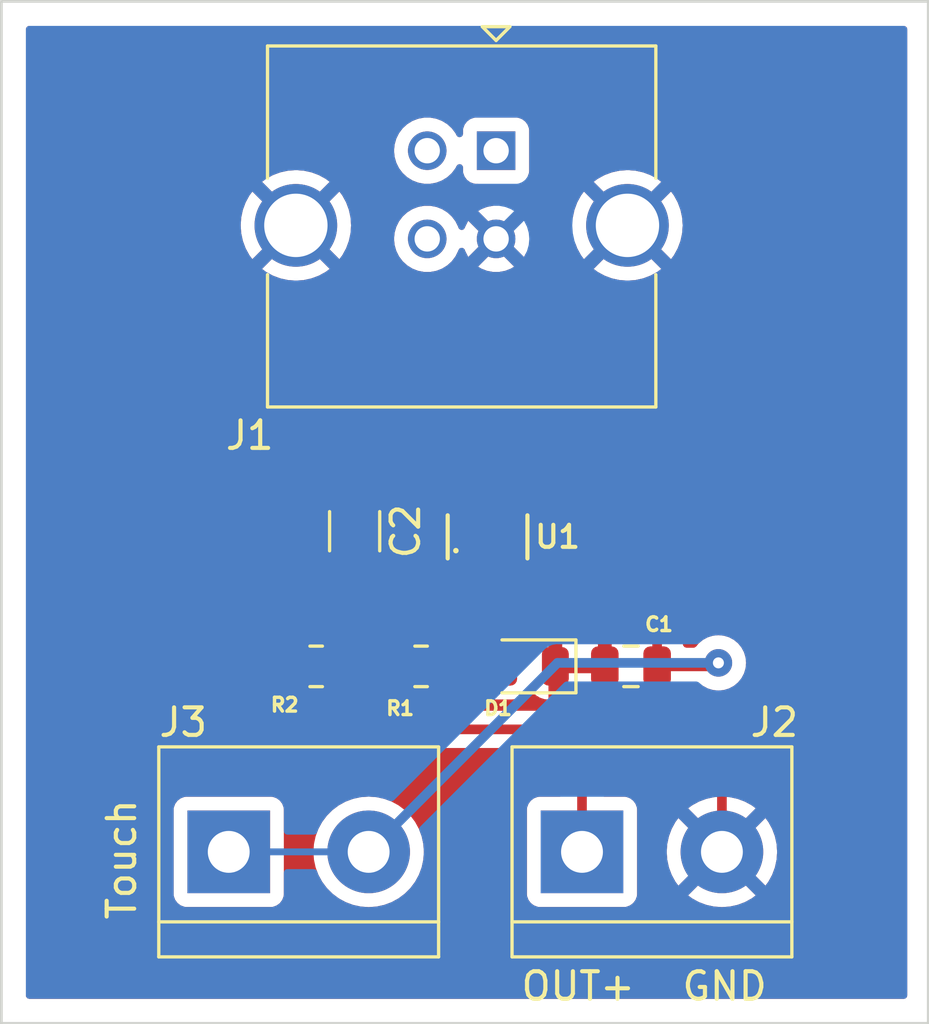
<source format=kicad_pcb>
(kicad_pcb (version 20221018) (generator pcbnew)
  (layers (0 "F.Cu" signal) (31 "B.Cu" signal) (34 "B.Paste" user) (35 "F.Paste" user) (36 "B.SilkS" user "B.Silkscreen") (37 "F.SilkS" user "F.Silkscreen") (38 "B.Mask" user) (39 "F.Mask" user) (44 "Edge.Cuts" user))
  (net 0 "")
  (net 1 "Net-(J3-Pin_1)")
  (net 2 "GND")
  (net 3 "Net-(D1-A)")
  (net 5 "+5V")
  (net 9 "Net-(U1-Q)")
  (net 10 "Net-(J2-Pin_1)")
  (footprint "Resistor_SMD:R_0805_2012Metric" (layer "F.Cu") (at 141.859 97.282)
    (fp_text reference "R1" (at -0.762 1.524) (layer "F.SilkS") (effects (font (size 0.5 0.5) (thickness 0.125) bold)))
    (fp_text value "3K3")
    (fp_line (start -0.227064 -0.735) (end 0.227064 -0.735) (stroke (width 0.12)) (layer "F.SilkS"))
    (fp_line (start -0.227064 0.735) (end 0.227064 0.735) (stroke (width 0.12)) (layer "F.SilkS"))
    (pad "1" smd roundrect (at -0.9125 0) (size 1.025 1.4) (layers "F.Cu" "F.Paste" "F.Mask") (roundrect_rratio 0.243902) (net 9 "Net-(U1-Q)"))
    (pad "2" smd roundrect (at 0.9125 0) (size 1.025 1.4) (layers "F.Cu" "F.Paste" "F.Mask") (roundrect_rratio 0.243902) (net 3 "Net-(D1-A)"))
  )
  (footprint "Connector_USB:USB_B_Amphenol_MUSB-D511_Vertical_Rugged" (layer "F.Cu") (at 144.582 78.57)
    (fp_text reference "J1" (at -8.946 10.33) (layer "F.SilkS"))
    (fp_text value "USB_B")
    (fp_line (start -8.3 -3.8) (end 5.8 -3.8) (stroke (width 0.12)) (layer "F.SilkS"))
    (fp_line (start -8.3 1) (end -8.3 -3.8) (stroke (width 0.12)) (layer "F.SilkS"))
    (fp_line (start -8.3 9.3) (end -8.3 4.5) (stroke (width 0.12)) (layer "F.SilkS"))
    (fp_line (start -0.5 -4.5) (end 0 -4) (stroke (width 0.12)) (layer "F.SilkS"))
    (fp_line (start 0 -4) (end 0.5 -4.5) (stroke (width 0.12)) (layer "F.SilkS"))
    (fp_line (start 0.5 -4.5) (end -0.5 -4.5) (stroke (width 0.12)) (layer "F.SilkS"))
    (fp_line (start 5.8 -3.8) (end 5.8 1) (stroke (width 0.12)) (layer "F.SilkS"))
    (fp_line (start 5.8 4.5) (end 5.8 9.3) (stroke (width 0.12)) (layer "F.SilkS"))
    (fp_line (start 5.8 9.3) (end -8.3 9.3) (stroke (width 0.12)) (layer "F.SilkS"))
    (pad "1" thru_hole rect (at 0 0) (size 1.4 1.4) (drill 0.92) (layers "*.Cu" "*.Mask") (net 5 "+5V"))
    (pad "2" thru_hole circle (at -2.5 0) (size 1.4 1.4) (drill 0.92) (layers "*.Cu" "*.Mask"))
    (pad "3" thru_hole circle (at -2.5 3.2) (size 1.4 1.4) (drill 0.92) (layers "*.Cu" "*.Mask"))
    (pad "4" thru_hole circle (at 0 3.2) (size 1.4 1.4) (drill 0.92) (layers "*.Cu" "*.Mask") (net 2 "GND"))
    (pad "5" thru_hole circle (at -7.27 2.71) (size 3 3) (drill 2.3) (layers "*.Cu" "*.Mask") (net 2 "GND"))
    (pad "5" thru_hole circle (at 4.77 2.71) (size 3 3) (drill 2.3) (layers "*.Cu" "*.Mask") (net 2 "GND"))
  )
  (footprint "Capacitor_SMD:C_1206_3216Metric" (layer "F.Cu") (at 139.446 92.378 -90)
    (fp_text reference "C2" (at 0 -1.85 90) (layer "F.SilkS"))
    (fp_text value "1uF")
    (fp_line (start -0.711252 -0.91) (end 0.711252 -0.91) (stroke (width 0.12)) (layer "F.SilkS"))
    (fp_line (start -0.711252 0.91) (end 0.711252 0.91) (stroke (width 0.12)) (layer "F.SilkS"))
    (pad "1" smd roundrect (at -1.475 0 270) (size 1.15 1.8) (layers "F.Cu" "F.Paste" "F.Mask") (roundrect_rratio 0.217391) (net 5 "+5V"))
    (pad "2" smd roundrect (at 1.475 0 270) (size 1.15 1.8) (layers "F.Cu" "F.Paste" "F.Mask") (roundrect_rratio 0.217391) (net 2 "GND"))
  )
  (footprint "TerminalBlock:TerminalBlock_bornier-2_P5.08mm" (layer "F.Cu") (at 147.701 104.013)
    (fp_text reference "J2" (at 6.985 -4.699) (layer "F.SilkS"))
    (fp_text value "Conn_01x02")
    (fp_line (start -2.54 -3.81) (end -2.54 3.81) (stroke (width 0.12)) (layer "F.SilkS"))
    (fp_line (start -2.54 3.81) (end 7.62 3.81) (stroke (width 0.12)) (layer "F.SilkS"))
    (fp_line (start 7.62 -3.81) (end -2.54 -3.81) (stroke (width 0.12)) (layer "F.SilkS"))
    (fp_line (start 7.62 2.54) (end -2.54 2.54) (stroke (width 0.12)) (layer "F.SilkS"))
    (fp_line (start 7.62 3.81) (end 7.62 -3.81) (stroke (width 0.12)) (layer "F.SilkS"))
    (pad "1" thru_hole rect (at 0 0) (size 3 3) (drill 1.52) (layers "*.Cu" "*.Mask") (net 10 "Net-(J2-Pin_1)"))
    (pad "2" thru_hole circle (at 5.08 0) (size 3 3) (drill 1.52) (layers "*.Cu" "*.Mask") (net 2 "GND"))
  )
  (footprint "Resistor_SMD:R_0805_2012Metric" (layer "F.Cu") (at 138.049 97.282 180)
    (fp_text reference "R2" (at 1.143 -1.397) (layer "F.SilkS") (effects (font (size 0.5 0.5) (thickness 0.125) bold)))
    (fp_text value "3K3")
    (fp_line (start -0.227064 -0.735) (end 0.227064 -0.735) (stroke (width 0.12)) (layer "F.SilkS"))
    (fp_line (start -0.227064 0.735) (end 0.227064 0.735) (stroke (width 0.12)) (layer "F.SilkS"))
    (pad "1" smd roundrect (at -0.9125 0 180) (size 1.025 1.4) (layers "F.Cu" "F.Paste" "F.Mask") (roundrect_rratio 0.243902) (net 9 "Net-(U1-Q)"))
    (pad "2" smd roundrect (at 0.9125 0 180) (size 1.025 1.4) (layers "F.Cu" "F.Paste" "F.Mask") (roundrect_rratio 0.243902) (net 10 "Net-(J2-Pin_1)"))
  )
  (footprint "TerminalBlock:TerminalBlock_bornier-2_P5.08mm" (layer "F.Cu") (at 134.874 104.013)
    (fp_text reference "J3" (at -1.651 -4.699) (layer "F.SilkS"))
    (fp_text value "Conn_01x02")
    (fp_line (start -2.54 -3.81) (end -2.54 3.81) (stroke (width 0.12)) (layer "F.SilkS"))
    (fp_line (start -2.54 3.81) (end 7.62 3.81) (stroke (width 0.12)) (layer "F.SilkS"))
    (fp_line (start 7.62 -3.81) (end -2.54 -3.81) (stroke (width 0.12)) (layer "F.SilkS"))
    (fp_line (start 7.62 2.54) (end -2.54 2.54) (stroke (width 0.12)) (layer "F.SilkS"))
    (fp_line (start 7.62 3.81) (end 7.62 -3.81) (stroke (width 0.12)) (layer "F.SilkS"))
    (pad "1" thru_hole rect (at 0 0) (size 3 3) (drill 1.52) (layers "*.Cu" "*.Mask") (net 1 "Net-(J3-Pin_1)"))
    (pad "2" thru_hole circle (at 5.08 0) (size 3 3) (drill 1.52) (layers "*.Cu" "*.Mask") (net 1 "Net-(J3-Pin_1)"))
  )
  (footprint "TTP223-BA6:SOT23-6" (layer "F.Cu") (at 144.272 92.583)
    (fp_text reference "U1" (at 2.54 0) (layer "F.SilkS") (effects (font (size 0.8 0.8))))
    (fp_text value "TTP223-BA6" hide)
    (fp_line (start -1.4478 0.781) (end -1.4478 -0.781) (stroke (width 0.1524)) (layer "F.SilkS"))
    (fp_line (start 1.4478 -0.781) (end 1.4478 0.781) (stroke (width 0.1524)) (layer "F.SilkS"))
    (fp_circle (center -1.15 0.5) (end -1.05 0.5) (fill solid) (layer "F.SilkS"))
    (pad "1" smd rect (at -0.95 1.404) (size 0.6096 1.143) (layers "F.Cu" "F.Paste" "F.Mask") (net 9 "Net-(U1-Q)"))
    (pad "2" smd rect (at 0 1.404) (size 0.6096 1.143) (layers "F.Cu" "F.Paste" "F.Mask") (net 2 "GND"))
    (pad "3" smd rect (at 0.95 1.404) (size 0.6096 1.143) (layers "F.Cu" "F.Paste" "F.Mask") (net 1 "Net-(J3-Pin_1)"))
    (pad "4" smd rect (at 0.95 -1.404) (size 0.6096 1.143) (layers "F.Cu" "F.Paste" "F.Mask"))
    (pad "5" smd rect (at 0 -1.404) (size 0.6096 1.143) (layers "F.Cu" "F.Paste" "F.Mask") (net 5 "+5V"))
    (pad "6" smd rect (at -0.95 -1.404) (size 0.6096 1.143) (layers "F.Cu" "F.Paste" "F.Mask"))
  )
  (footprint "LED_SMD:LED_0805_2012Metric" (layer "F.Cu") (at 145.796 97.282 180)
    (fp_text reference "D1" (at 1.143 -1.524) (layer "F.SilkS") (effects (font (size 0.5 0.5) (thickness 0.125) bold)))
    (fp_text value "LED")
    (fp_line (start -1.685 -0.96) (end -1.685 0.96) (stroke (width 0.12)) (layer "F.SilkS"))
    (fp_line (start -1.685 0.96) (end 1 0.96) (stroke (width 0.12)) (layer "F.SilkS"))
    (fp_line (start 1 -0.96) (end -1.685 -0.96) (stroke (width 0.12)) (layer "F.SilkS"))
    (pad "1" smd roundrect (at -0.9375 0 180) (size 0.975 1.4) (layers "F.Cu" "F.Paste" "F.Mask") (net 2 "GND"))
    (pad "2" smd roundrect (at 0.9375 0 180) (size 0.975 1.4) (layers "F.Cu" "F.Paste" "F.Mask") (net 3 "Net-(D1-A)"))
  )
  (footprint "Capacitor_SMD:C_0805_2012Metric" (layer "F.Cu") (at 149.479 97.282 180)
    (fp_text reference "C1" (at -1.016 1.524) (layer "F.SilkS") (effects (font (size 0.5 0.5) (thickness 0.125))))
    (fp_text value "C")
    (fp_line (start -0.261252 -0.735) (end 0.261252 -0.735) (stroke (width 0.12)) (layer "F.SilkS"))
    (fp_line (start -0.261252 0.735) (end 0.261252 0.735) (stroke (width 0.12)) (layer "F.SilkS"))
    (pad "1" smd roundrect (at -0.95 0 180) (size 1 1.45) (layers "F.Cu" "F.Paste" "F.Mask") (net 1 "Net-(J3-Pin_1)"))
    (pad "2" smd roundrect (at 0.95 0 180) (size 1 1.45) (layers "F.Cu" "F.Paste" "F.Mask") (net 2 "GND"))
  )
  (gr_line (start 160.274 73.152) (end 160.274 110.236) (stroke (width 0.1)) (layer "Edge.Cuts"))
  (gr_line (start 126.619 73.152) (end 160.274 73.152) (stroke (width 0.1)) (layer "Edge.Cuts"))
  (gr_line (start 126.619 110.236) (end 126.619 73.152) (stroke (width 0.1)) (layer "Edge.Cuts"))
  (gr_line (start 160.274 110.236) (end 126.619 110.236) (stroke (width 0.1)) (layer "Edge.Cuts"))
  (gr_text "Touch" (at 131.572 106.553 90) (layer "F.SilkS") (effects (font (size 1 1)) (justify left bottom)))
  (gr_text "OUT+" (at 145.415 109.474) (layer "F.SilkS") (effects (font (size 1 1)) (justify left bottom)))
  (gr_text "GND" (at 151.257 109.474) (layer "F.SilkS") (effects (font (size 1 1)) (justify left bottom)))
  (segment (start 149.613 93.987) (end 150.429 94.803) (width 0.35) (layer "F.Cu") (net 1))
  (segment (start 145.222 93.987) (end 149.613 93.987) (width 0.35) (layer "F.Cu") (net 1))
  (segment (start 152.527 97.282) (end 152.654 97.155) (width 0.35) (layer "F.Cu") (net 1))
  (segment (start 150.429 94.803) (end 150.429 97.282) (width 0.35) (layer "F.Cu") (net 1))
  (segment (start 150.429 97.282) (end 152.527 97.282) (width 0.35) (layer "F.Cu") (net 1))
  (via (at 152.654 97.155) (size 1) (drill 0.4) (layers "F.Cu" "B.Cu") (net 1))
  (segment (start 139.954 104.013) (end 146.812 97.155) (width 0.35) (layer "B.Cu") (net 1))
  (segment (start 134.874 104.013) (end 139.954 104.013) (width 0.25) (layer "B.Cu") (net 1))
  (segment (start 146.812 97.155) (end 152.654 97.155) (width 0.35) (layer "B.Cu") (net 1))
  (segment (start 144.526 95.504) (end 146.177 95.504) (width 0.35) (layer "F.Cu") (net 2))
  (segment (start 146.177 95.504) (end 146.7335 96.0605) (width 0.35) (layer "F.Cu") (net 2))
  (segment (start 138.176 93.853) (end 139.446 93.853) (width 0.35) (layer "F.Cu") (net 2))
  (segment (start 144.272 92.964) (end 144.272 93.987) (width 0.35) (layer "F.Cu") (net 2))
  (segment (start 151.384 99.187) (end 149.225 99.187) (width 0.35) (layer "F.Cu") (net 2))
  (segment (start 146.7335 97.282) (end 148.529 97.282) (width 0.35) (layer "F.Cu") (net 2))
  (segment (start 146.7335 96.0605) (end 146.7335 97.282) (width 0.35) (layer "F.Cu") (net 2))
  (segment (start 144.272 93.987) (end 144.272 95.25) (width 0.35) (layer "F.Cu") (net 2))
  (segment (start 148.529 98.491) (end 148.529 97.282) (width 0.35) (layer "F.Cu") (net 2))
  (segment (start 141.859 92.583) (end 143.891 92.583) (width 0.35) (layer "F.Cu") (net 2))
  (segment (start 149.225 99.187) (end 148.529 98.491) (width 0.35) (layer "F.Cu") (net 2))
  (segment (start 152.781 100.584) (end 151.384 99.187) (width 0.35) (layer "F.Cu") (net 2))
  (segment (start 140.589 93.853) (end 141.859 92.583) (width 0.35) (layer "F.Cu") (net 2))
  (segment (start 137.414 93.091) (end 138.176 93.853) (width 0.35) (layer "F.Cu") (net 2))
  (segment (start 152.781 104.013) (end 152.781 100.584) (width 0.35) (layer "F.Cu") (net 2))
  (segment (start 144.272 95.25) (end 144.526 95.504) (width 0.35) (layer "F.Cu") (net 2))
  (segment (start 143.891 92.583) (end 144.272 92.964) (width 0.35) (layer "F.Cu") (net 2))
  (segment (start 137.414 88.938) (end 137.414 93.091) (width 0.35) (layer "F.Cu") (net 2))
  (segment (start 139.446 93.853) (end 140.589 93.853) (width 0.35) (layer "F.Cu") (net 2))
  (segment (start 148.862 81.77) (end 149.352 81.28) (width 1) (layer "B.Cu") (net 2))
  (segment (start 144.8585 97.282) (end 142.7715 97.282) (width 0.35) (layer "F.Cu") (net 3))
  (segment (start 146.558 83.791) (end 146.558 81.407) (width 0.35) (layer "F.Cu") (net 5))
  (segment (start 143.891 89.662) (end 144.272 90.043) (width 0.35) (layer "F.Cu") (net 5))
  (segment (start 142.24 89.662) (end 143.891 89.662) (width 0.35) (layer "F.Cu") (net 5))
  (segment (start 139.446 90.903) (end 140.999 90.903) (width 0.35) (layer "F.Cu") (net 5))
  (segment (start 139.446 90.903) (end 146.558 83.791) (width 0.35) (layer "F.Cu") (net 5))
  (segment (start 140.999 90.903) (end 142.24 89.662) (width 0.35) (layer "F.Cu") (net 5))
  (segment (start 144.272 90.043) (end 144.272 91.179) (width 0.35) (layer "F.Cu") (net 5))
  (segment (start 138.9615 97.282) (end 140.9465 97.282) (width 0.35) (layer "F.Cu") (net 9))
  (segment (start 140.9465 96.3625) (end 143.322 93.987) (width 0.35) (layer "F.Cu") (net 9))
  (segment (start 140.9465 97.282) (end 140.9465 96.3625) (width 0.35) (layer "F.Cu") (net 9))
  (segment (start 137.1365 98.6555) (end 137.1365 97.282) (width 0.35) (layer "F.Cu") (net 10))
  (segment (start 138.049 99.568) (end 137.1365 98.6555) (width 0.35) (layer "F.Cu") (net 10))
  (segment (start 147.701 104.013) (end 147.701 100.711) (width 0.35) (layer "F.Cu") (net 10))
  (segment (start 146.558 99.568) (end 138.049 99.568) (width 0.35) (layer "F.Cu") (net 10))
  (segment (start 147.701 100.711) (end 146.558 99.568) (width 0.35) (layer "F.Cu") (net 10))
  (zone (net 2) (net_name "GND") (layer "F.Cu") (connect_pads (clearance 0.5)) (min_thickness 0.25) (fill yes (thermal_gap 0.5) (thermal_bridge_width 0.5))
    (polygon (pts (xy 159.512 74.041) (xy 159.512 109.347) (xy 127.508 109.347) (xy 127.508 74.041)))
  )
  (zone (net 2) (net_name "GND") (layer "B.Cu") (connect_pads (clearance 0.5)) (min_thickness 0.25) (fill yes (thermal_gap 0.5) (thermal_bridge_width 0.5))
    (polygon (pts (xy 159.512 74.041) (xy 159.512 109.347) (xy 127.508 109.347) (xy 127.508 74.041)))
  )
)
</source>
